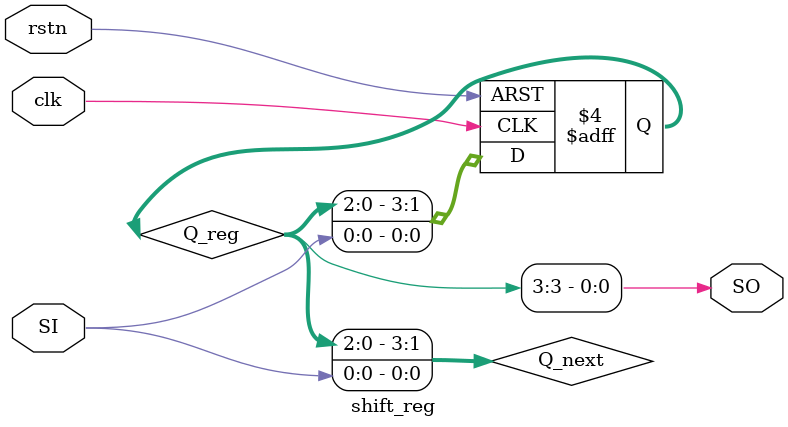
<source format=v>
module shift_reg #(parameter SIZE = 4) (
    input clk, rstn, SI,
    output SO
);
    reg [SIZE - 1 : 0] Q_next, Q_reg;

    always @(*) begin
        Q_next = {Q_reg [SIZE - 2 : 0], SI};
    end

    always @(posedge clk, negedge rstn) begin
        if (!rstn)
            Q_reg <= 0;
        else
            Q_reg <= Q_next;
    end

    assign SO = Q_reg [SIZE - 1];
endmodule

</source>
